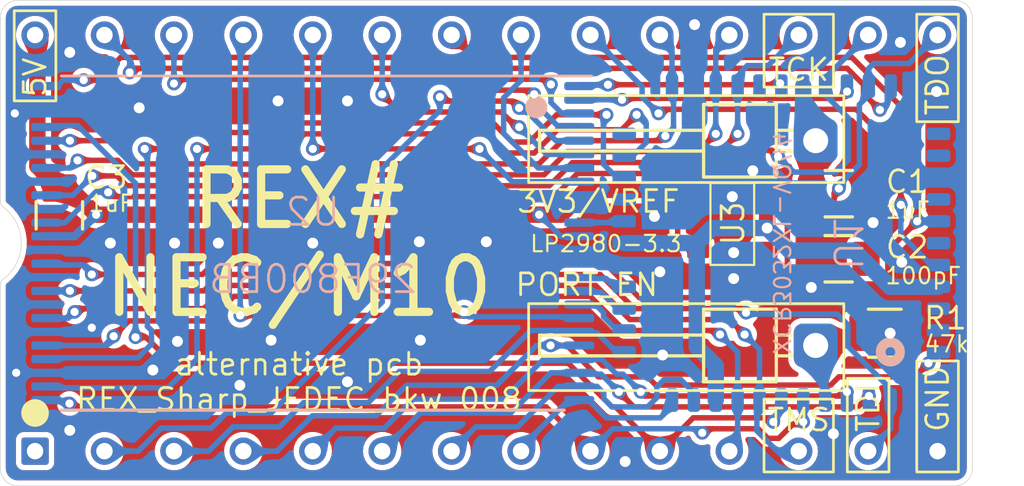
<source format=kicad_pcb>
(kicad_pcb (version 20240108) (generator "pcbnew") (generator_version "8.0")
  (title_block (title "REX_Sharp_JEDEC_bkw") (date "2023-07-04") (rev "008") (company "Brian K. White - b.kenyon.w@gmail.com") (comment 1 "Based on REX NEC by Steve Adolph"))
  (layers (0 "F.Cu" signal "Top") (31 "B.Cu" signal "Bottom") (34 "B.Paste" user) (35 "F.Paste" user) (36 "B.SilkS" user "B.Silkscreen") (37 "F.SilkS" user "F.Silkscreen") (38 "B.Mask" user) (39 "F.Mask" user) (44 "Edge.Cuts" user))
  (net 0 "")
  (net 1 "GND")
  (net 2 "+3V3")
  (net 3 "/PORT_EN")
  (net 4 "/D1{slash}TMS")
  (net 5 "/A12")
  (net 6 "/A7")
  (net 7 "/A6")
  (net 8 "/A5")
  (net 9 "/A4")
  (net 10 "+5V")
  (net 11 "/A3")
  (net 12 "/A2")
  (net 13 "/A1")
  (net 14 "/A0")
  (net 15 "/D0")
  (net 16 "/D4")
  (net 17 "/D6")
  (net 18 "/D7")
  (net 19 "/~{BUS_CS}")
  (net 20 "/A10")
  (net 21 "/~{BUS_OE}")
  (net 22 "/A11")
  (net 23 "/A9")
  (net 24 "/A13")
  (net 25 "/A14")
  (net 26 "/D2{slash}TDI")
  (net 27 "/D3{slash}TDO")
  (net 28 "/A17")
  (net 29 "/D5{slash}TCK")
  (net 30 "/A16")
  (net 31 "/RY{slash}~{BY}")
  (net 32 "/A8")
  (net 33 "/A19")
  (net 34 "/~{SRAM_WE}")
  (net 35 "/A18")
  (net 40 "/~{SRAM_OE}")
  (net 42 "/~{SRAM_CE}")
  (net 45 "/A15")
  (footprint "000_LOCAL:DIP-28_600_pcb_shallow_notch" (layer "F.Cu") (at 147.218 99.187 90)
    (property "Reference" "J1" (hide yes))
    (property "Value" "Option-ROM SOCKET")
    (fp_line (start 1.524 -17.78) (end 8.255 -17.78) (stroke (width 0.0254)) (layer "Edge.Cuts"))
    (fp_line (start -8.255 -17.78) (end -1.524 -17.78) (stroke (width 0.0254)) (layer "Edge.Cuts"))
    (fp_line (start 8.89 -17.145) (end 8.89 17.145) (stroke (width 0.0254)) (layer "Edge.Cuts"))
    (fp_line (start -8.89 17.145) (end -8.89 -17.145) (stroke (width 0.0254)) (layer "Edge.Cuts"))
    (fp_line (start 8.255 17.78) (end -8.255 17.78) (stroke (width 0.0254)) (layer "Edge.Cuts"))
    (fp_arc (start 8.255 -17.78) (mid 8.704013 -17.594013) (end 8.89 -17.145) (stroke (width 0.0254)) (layer "Edge.Cuts"))
    (fp_arc (start -1.524 -17.78) (mid -1.426799 -17.760665) (end -1.344395 -17.705605) (stroke (width 0.0254)) (layer "Edge.Cuts"))
    (fp_arc (start 1.344395 -17.705605) (mid 1.426798 -17.760665) (end 1.524 -17.78) (stroke (width 0.0254)) (layer "Edge.Cuts"))
    (fp_arc (start 1.344395 -17.705605) (mid 0 -17.015057) (end -1.344395 -17.705605) (stroke (width 0.0254)) (layer "Edge.Cuts"))
    (fp_arc (start -8.89 -17.145) (mid -8.704013 -17.594013) (end -8.255 -17.78) (stroke (width 0.0254)) (layer "Edge.Cuts"))
    (fp_arc (start 8.89 17.145) (mid 8.704013 17.594013) (end 8.255 17.78) (stroke (width 0.0254)) (layer "Edge.Cuts"))
    (fp_arc (start -8.255 17.78) (mid -8.704013 17.594013) (end -8.89 17.145) (stroke (width 0.0254)) (layer "Edge.Cuts"))
  )
  (footprint "000_LOCAL:R_0805" (layer "F.Cu") (at 161.7976 102.489 180)
    (property "Reference" "R1")
    (property "Value" "47k")
  )
  (footprint "000_LOCAL:C_0805" (layer "F.Cu") (at 131.597 98.171 -90)
    (property "Reference" "C3")
    (property "Value" "1uF")
  )
  (footprint "000_LOCAL:1x1_pin_h" (layer "F.Cu") (at 159.268 95.437 180)
    (property "Reference" "TP2" (hide yes))
    (property "Value" "3V3/VREF")
  )
  (footprint "000_LOCAL:SOT-23-5" (layer "F.Cu") (at 156.218 98.487)
    (property "Reference" "U3")
    (property "Value" "LP2980-3.3")
  )
  (footprint "000_LOCAL:C_0805" (layer "F.Cu") (at 160.108 99.762 180)
    (property "Reference" "C2")
    (property "Value" "100pF")
  )
  (footprint "000_LOCAL:1x1_pin_h" (layer "F.Cu") (at 159.268 102.937 180)
    (property "Reference" "TP1" (hide yes))
    (property "Value" "PORT_EN")
  )
  (footprint "000_LOCAL:C_0805" (layer "F.Cu") (at 160.113 97.377)
    (property "Reference" "C1")
    (property "Value" "1uF")
  )
  (footprint "000_LOCAL:TSOP-48" (layer "B.Cu") (at 140.868 99.187 180)
    (property "Reference" "U2")
    (property "Value" "29F800BB")
  )
  (footprint "000_LOCAL:VQFP44" (layer "B.Cu") (at 158.013 99.187 90)
    (property "Reference" "U1")
    (property "Value" "XCR3032XL-VQ44")
  )
  (gr_circle (center 130.708 105.41) (end 131.208 105.41) (stroke (width 0.01)) (fill solid) (layer "F.SilkS"))
  (gr_rect (start 162.966 103.505) (end 164.49 107.569) (stroke (width 0.1)) (fill none) (layer "F.SilkS"))
  (gr_rect (start 129.946 90.678) (end 131.47 93.98) (stroke (width 0.1)) (fill none) (layer "F.SilkS"))
  (gr_rect (start 157.378 104.902) (end 159.918 107.569) (stroke (width 0.1)) (fill none) (layer "F.SilkS"))
  (gr_rect (start 157.378 90.805) (end 159.918 93.472) (stroke (width 0.1)) (fill none) (layer "F.SilkS"))
  (gr_rect (start 148.766 101.4055) (end 160.299 104.5885) (stroke (width 0.1)) (fill none) (layer "F.SilkS"))
  (gr_rect (start 148.766 93.7855) (end 160.299 96.9685) (stroke (width 0.1)) (fill none) (layer "F.SilkS"))
  (gr_rect (start 162.966 90.805) (end 164.49 94.742) (stroke (width 0.1)) (fill none) (layer "F.SilkS"))
  (gr_rect (start 160.426 104.14) (end 161.95 107.569) (stroke (width 0.1)) (fill none) (layer "F.SilkS"))
  (gr_text "GND" (at 163.728 106.172 90) (layer "F.SilkS") (effects (font (size 0.8 0.8) (thickness 0.1)) (justify left)))
  (gr_text "TDO" (at 163.728 92.202 90) (layer "F.SilkS") (effects (font (size 0.8 0.8) (thickness 0.1)) (justify right)))
  (gr_text "alternative pcb\n${TITLE} ${REVISION}" (at 140.36 104.267 0) (layer "F.SilkS") (effects (font (size 0.8 0.8) (thickness 0.1))))
  (gr_text "TMS" (at 158.648 105.664 0) (layer "F.SilkS") (effects (font (size 0.8 0.8) (thickness 0.1))))
  (gr_text "TCK" (at 158.648 92.837 0) (layer "F.SilkS") (effects (font (size 0.8 0.8) (thickness 0.1))))
  (gr_text "TDI" (at 161.188 106.172 90) (layer "F.SilkS") (effects (font (size 0.8 0.8) (thickness 0.1)) (justify left)))
  (gr_text "REX#\nNEC/M10" (at 140.36 99.187 0) (layer "F.SilkS") (effects (font (size 2 2) (thickness 0.3))))
  (gr_text "5V" (at 130.708 92.329 90) (layer "F.SilkS") (effects (font (size 0.8 0.8) (thickness 0.1)) (justify right)))
  (via (at 132.783 102.287) (size 0.5) (drill 0.3) (layers "F.Cu" "B.Cu") (net 1))
  (via (at 139.344 102.743) (size 0.6) (drill 0.4) (layers "F.Cu" "B.Cu") (net 1))
  (via (at 147.218 99.137) (size 0.6) (drill 0.4) (layers "F.Cu" "B.Cu") (net 1))
  (via (at 133.463 99.187) (size 0.6) (drill 0.4) (layers "F.Cu" "B.Cu") (net 1))
  (via (at 131.978 106.045) (size 0.6) (drill 0.4) (layers "F.Cu" "B.Cu") (net 1))
  (via (at 139.598 93.98) (size 0.6) (drill 0.4) (layers "F.Cu" "B.Cu") (net 1))
  (via (at 156.268 100.487) (size 0.6) (drill 0.4) (layers "F.Cu" "B.Cu") (net 1))
  (via (at 153.368 98.212) (size 0.6) (drill 0.4) (layers "F.Cu" "B.Cu") (net 1))
  (via (at 159.918 106.172) (size 0.6) (drill 0.4) (layers "F.Cu" "B.Cu") (net 1))
  (via (at 138.201 104.394) (size 0.6) (drill 0.4) (layers "F.Cu" "B.Cu") (net 1))
  (via (at 135.918 102.787) (size 0.6) (drill 0.4) (layers "F.Cu" "B.Cu") (net 1))
  (via (at 156.268 99.537) (size 0.6) (drill 0.4) (layers "F.Cu" "B.Cu") (net 1))
  (via (at 154.838 91.186) (size 0.6) (drill 0.4) (layers "F.Cu" "B.Cu") (net 1))
  (via (at 144.805 102.743) (size 0.6) (drill 0.4) (layers "F.Cu" "B.Cu") (net 1))
  (via (at 162.368 91.837) (size 0.6) (drill 0.4) (layers "F.Cu" "B.Cu") (net 1))
  (via (at 135.8134 99.187) (size 0.6) (drill 0.4) (layers "F.Cu" "B.Cu") (net 1))
  (via (at 162.418 99.887) (size 0.6) (drill 0.4) (layers "F.Cu" "B.Cu") (net 1))
  (via (at 163.693 93.637) (size 0.6) (drill 0.4) (layers "F.Cu" "B.Cu") (net 1))
  (via (at 131.978 92.202) (size 0.6) (drill 0.4) (layers "F.Cu" "B.Cu") (net 1))
  (via (at 134.518 94.234) (size 0.6) (drill 0.4) (layers "F.Cu" "B.Cu") (net 1))
  (via (at 135.018 103.837) (size 0.6) (drill 0.4) (layers "F.Cu" "B.Cu") (net 1))
  (via (at 152.298 107.188) (size 0.6) (drill 0.4) (layers "F.Cu" "B.Cu") (net 1))
  (via (at 142.138 93.98) (size 0.6) (drill 0.4) (layers "F.Cu" "B.Cu") (net 1))
  (via (at 144.768 99.137) (size 0.6) (drill 0.4) (layers "F.Cu" "B.Cu") (net 1))
  (via (at 156.968 96.537) (size 0.6) (drill 0.4) (layers "F.Cu" "B.Cu") (net 1))
  (via (at 156.218 97.487) (size 0.6) (drill 0.4) (layers "F.Cu" "B.Cu") (net 1))
  (via (at 142.138 104.267) (size 0.6) (drill 0.4) (layers "F.Cu" "B.Cu") (net 1))
  (via (at 161.993 102.487) (size 0.6) (drill 0.4) (layers "F.Cu" "B.Cu") (net 1))
  (via (at 130.018 103.937) (size 0.5) (drill 0.3) (layers "F.Cu" "B.Cu") (net 1))
  (via (at 129.968 94.437) (size 0.5) (drill 0.3) (layers "F.Cu" "B.Cu") (net 1))
  (via (at 137.4136 99.187) (size 0.6) (drill 0.4) (layers "F.Cu" "B.Cu") (net 1))
  (via (at 153.668 103.287) (size 0.6) (drill 0.4) (layers "F.Cu" "B.Cu") (net 1))
  (via (at 161.368 98.437) (size 0.6) (drill 0.4) (layers "F.Cu" "B.Cu") (net 1))
  (via (at 140.868 99.187) (size 0.6) (drill 0.4) (layers "F.Cu" "B.Cu") (net 1))
  (via (at 159.108 100.812) (size 0.6) (drill 0.4) (layers "F.Cu" "B.Cu") (net 1))
  (via (at 153.568 100.237) (size 0.6) (drill 0.4) (layers "F.Cu" "B.Cu") (net 1))
  (segment (start 159.113 97.377) (end 159.113 95.592) (width 0.6) (layer "F.Cu") (net 2))
  (segment (start 157.644 97.697) (end 158.793 97.697) (width 0.6) (layer "F.Cu") (net 2))
  (segment (start 157.493 98.637) (end 157.493 97.848) (width 0.6) (layer "F.Cu") (net 2))
  (segment (start 158.793 97.697) (end 159.113 97.377) (width 0.6) (layer "F.Cu") (net 2))
  (segment (start 159.113 95.592) (end 159.268 95.437) (width 0.6) (layer "F.Cu") (net 2))
  (segment (start 157.493 97.848) (end 157.644 97.697) (width 0.6) (layer "F.Cu") (net 2))
  (via (at 157.493 98.637) (size 0.6) (drill 0.4) (layers "F.Cu" "B.Cu") (net 2))
  (segment (start 155.613 103.682) (end 154.918 102.987) (width 0.6) (layer "B.Cu") (net 2))
  (segment (start 157.493 98.637) (end 155.468 98.637) (width 0.6) (layer "B.Cu") (net 2))
  (segment (start 155.468 98.637) (end 154.918 99.187) (width 0.6) (layer "B.Cu") (net 2))
  (segment (start 154.918 102.987) (end 154.918 99.187) (width 0.6) (layer "B.Cu") (net 2))
  (segment (start 155.613 104.937) (end 155.613 103.682) (width 0.6) (layer "B.Cu") (net 2))
  (segment (start 160.668 99.462) (end 158.318 99.462) (width 0.6) (layer "B.Cu") (net 2))
  (segment (start 158.318 99.462) (end 157.493 98.637) (width 0.6) (layer "B.Cu") (net 2))
  (segment (start 163.763 100.787) (end 161.993 100.787) (width 0.6) (layer "B.Cu") (net 2))
  (segment (start 158.813 93.437) (end 158.813 94.982) (width 0.6) (layer "B.Cu") (net 2))
  (segment (start 161.993 100.787) (end 160.668 99.462) (width 0.6) (layer "B.Cu") (net 2))
  (segment (start 158.813 94.982) (end 159.268 95.437) (width 0.6) (layer "B.Cu") (net 2))
  (segment (start 154.918 99.187) (end 152.263 99.187) (width 0.6) (layer "B.Cu") (net 2))
  (segment (start 160.8476 102.489) (end 159.716 102.489) (width 0.2) (layer "F.Cu") (net 3))
  (segment (start 159.716 102.489) (end 159.268 102.937) (width 0.2) (layer "F.Cu") (net 3))
  (segment (start 159.568 104.892) (end 159.568 103.237) (width 0.2) (layer "B.Cu") (net 3))
  (segment (start 159.568 103.237) (end 159.268 102.937) (width 0.2) (layer "B.Cu") (net 3))
  (segment (start 159.613 104.937) (end 159.568 104.892) (width 0.2) (layer "B.Cu") (net 3))
  (segment (start 156.668 102.537) (end 156.118 101.987) (width 0.2) (layer "F.Cu") (net 4))
  (segment (start 137.733 100.737) (end 136.883 101.587) (width 0.2) (layer "F.Cu") (net 4))
  (segment (start 151.218 100.737) (end 137.733 100.737) (width 0.2) (layer "F.Cu") (net 4))
  (segment (start 152.468 101.987) (end 151.218 100.737) (width 0.2) (layer "F.Cu") (net 4))
  (segment (start 136.883 101.587) (end 132.273 101.587) (width 0.2) (layer "F.Cu") (net 4))
  (segment (start 156.118 101.987) (end 152.468 101.987) (width 0.2) (layer "F.Cu") (net 4))
  (segment (start 132.273 101.587) (end 132.153 101.707) (width 0.2) (layer "F.Cu") (net 4))
  (via (at 132.153 101.707) (size 0.5) (drill 0.3) (layers "F.Cu" "B.Cu") (net 4))
  (via (at 156.668 102.537) (size 0.5) (drill 0.3) (layers "F.Cu" "B.Cu") (net 4))
  (segment (start 157.213 104.937) (end 157.118 105.032) (width 0.2) (layer "B.Cu") (net 4))
  (segment (start 157.118 105.032) (end 157.118 106.0644) (width 0.2) (layer "B.Cu") (net 4))
  (segment (start 156.668 102.537) (end 157.213 103.082) (width 0.2) (layer "B.Cu") (net 4))
  (segment (start 157.213 103.082) (end 157.213 104.937) (width 0.2) (layer "B.Cu") (net 4))
  (segment (start 157.8606 106.807) (end 158.648 106.807) (width 0.2) (layer "B.Cu") (net 4))
  (segment (start 132.153 101.707) (end 131.923 101.937) (width 0.2) (layer "B.Cu") (net 4))
  (segment (start 157.118 106.0644) (end 157.8606 106.807) (width 0.2) (layer "B.Cu") (net 4))
  (segment (start 131.923 101.937) (end 131.118 101.937) (width 0.2) (layer "B.Cu") (net 4))
  (segment (start 145.668 93.987) (end 145.518 93.837) (width 0.2) (layer "F.Cu") (net 5))
  (segment (start 148.418 94.237) (end 148.168 93.987) (width 0.2) (layer "F.Cu") (net 5))
  (segment (start 148.168 93.987) (end 145.668 93.987) (width 0.2) (layer "F.Cu") (net 5))
  (via (at 145.518 93.837) (size 0.5) (drill 0.3) (layers "F.Cu" "B.Cu") (net 5))
  (via (at 148.418 94.237) (size 0.5) (drill 0.3) (layers "F.Cu" "B.Cu") (net 5))
  (segment (start 137.706282 105.41) (end 137.154282 105.962) (width 0.2) (layer "B.Cu") (net 5))
  (segment (start 139.344 105.41) (end 137.706282 105.41) (width 0.2) (layer "B.Cu") (net 5))
  (segment (start 148.568 94.237) (end 149.768 95.437) (width 0.2) (layer "B.Cu") (net 5))
  (segment (start 149.768 95.437) (end 150.618 95.437) (width 0.2) (layer "B.Cu") (net 5))
  (segment (start 135.327 105.962) (end 134.482 106.807) (width 0.2) (layer "B.Cu") (net 5))
  (segment (start 145.518 94.337) (end 143.408 96.447) (width 0.2) (layer "B.Cu") (net 5))
  (segment (start 134.482 106.807) (end 133.248 106.807) (width 0.2) (layer "B.Cu") (net 5))
  (segment (start 148.418 94.237) (end 148.568 94.237) (width 0.2) (layer "B.Cu") (net 5))
  (segment (start 145.518 93.837) (end 145.518 94.337) (width 0.2) (layer "B.Cu") (net 5))
  (segment (start 143.408 96.447) (end 143.408 101.346) (width 0.2) (layer "B.Cu") (net 5))
  (segment (start 137.154282 105.962) (end 135.327 105.962) (width 0.2) (layer "B.Cu") (net 5))
  (segment (start 143.408 101.346) (end 139.344 105.41) (width 0.2) (layer "B.Cu") (net 5))
  (segment (start 150.618 102.437) (end 150.668 102.487) (width 0.2) (layer "B.Cu") (net 6))
  (segment (start 152.138 103.062) (end 152.263 103.187) (width 0.2) (layer "B.Cu") (net 6))
  (segment (start 137.058 106.807) (end 135.788 106.807) (width 0.2) (layer "B.Cu") (net 6))
  (segment (start 139.64475 105.918) (end 137.947 105.918) (width 0.2) (layer "B.Cu") (net 6))
  (segment (start 150.668 102.487) (end 151.283 102.487) (width 0.2) (layer "B.Cu") (net 6))
  (segment (start 142.9 105.029) (end 140.53375 105.029) (width 0.2) (layer "B.Cu") (net 6))
  (segment (start 147.345 103.886) (end 144.043 103.886) (width 0.2) (layer "B.Cu") (net 6))
  (segment (start 137.947 105.918) (end 137.058 106.807) (width 0.2) (layer "B.Cu") (net 6))
  (segment (start 150.618 102.437) (end 150.568 102.387) (width 0.2) (layer "B.Cu") (net 6))
  (segment (start 140.53375 105.029) (end 139.64475 105.918) (width 0.2) (layer "B.Cu") (net 6))
  (segment (start 150.568 102.387) (end 148.844 102.387) (width 0.2) (layer "B.Cu") (net 6))
  (segment (start 148.844 102.387) (end 147.345 103.886) (width 0.2) (layer "B.Cu") (net 6))
  (segment (start 151.283 102.487) (end 151.858 103.062) (width 0.2) (layer "B.Cu") (net 6))
  (segment (start 144.043 103.886) (end 142.9 105.029) (width 0.2) (layer "B.Cu") (net 6))
  (segment (start 151.858 103.062) (end 152.138 103.062) (width 0.2) (layer "B.Cu") (net 6))
  (segment (start 153.118 104.087) (end 151.318 104.087) (width 0.2) (layer "F.Cu") (net 7))
  (segment (start 151.318 104.087) (end 150.168 102.937) (width 0.2) (layer "F.Cu") (net 7))
  (segment (start 153.418 104.387) (end 153.118 104.087) (width 0.2) (layer "F.Cu") (net 7))
  (segment (start 159.818 104.387) (end 153.418 104.387) (width 0.2) (layer "F.Cu") (net 7))
  (segment (start 163.393 103.587) (end 162.893 104.087) (width 0.2) (layer "F.Cu") (net 7))
  (segment (start 150.168 102.937) (end 149.568 102.937) (width 0.2) (layer "F.Cu") (net 7))
  (segment (start 162.893 104.087) (end 160.118 104.087) (width 0.2) (layer "F.Cu") (net 7))
  (segment (start 160.118 104.087) (end 159.818 104.387) (width 0.2) (layer "F.Cu") (net 7))
  (via (at 163.393 103.587) (size 0.5) (drill 0.3) (layers "F.Cu" "B.Cu") (net 7))
  (via (at 149.568 102.937) (size 0.5) (drill 0.3) (layers "F.Cu" "B.Cu") (net 7))
  (segment (start 150.618 102.937) (end 149.568 102.937) (width 0.2) (layer "B.Cu") (net 7))
  (segment (start 149.056 102.937) (end 147.599 104.394) (width 0.2) (layer "B.Cu") (net 7))
  (segment (start 147.599 104.394) (end 144.297 104.394) (width 0.2) (layer "B.Cu") (net 7))
  (segment (start 144.297 104.394) (end 143.179 105.512) (width 0.2) (layer "B.Cu") (net 7))
  (segment (start 163.393 103.587) (end 163.763 103.217) (width 0.2) (layer "B.Cu") (net 7))
  (segment (start 149.568 102.937) (end 149.056 102.937) (width 0.2) (layer "B.Cu") (net 7))
  (segment (start 140.8545 105.512) (end 139.5595 106.807) (width 0.2) (layer "B.Cu") (net 7))
  (segment (start 143.179 105.512) (end 140.8545 105.512) (width 0.2) (layer "B.Cu") (net 7))
  (segment (start 163.763 103.217) (end 163.763 103.187) (width 0.2) (layer "B.Cu") (net 7))
  (segment (start 139.5595 106.807) (end 138.328 106.807) (width 0.2) (layer "B.Cu") (net 7))
  (segment (start 153.018 104.787) (end 160.263 104.787) (width 0.2) (layer "F.Cu") (net 8))
  (segment (start 152.868 104.637) (end 153.018 104.787) (width 0.2) (layer "F.Cu") (net 8))
  (segment (start 160.263 104.787) (end 160.413 104.637) (width 0.2) (layer "F.Cu") (net 8))
  (via (at 160.413 104.637) (size 0.5) (drill 0.3) (layers "F.Cu" "B.Cu") (net 8))
  (via (at 152.868 104.637) (size 0.5) (drill 0.3) (layers "F.Cu" "B.Cu") (net 8))
  (segment (start 144.551 104.902) (end 143.491 105.962) (width 0.2) (layer "B.Cu") (net 8))
  (segment (start 141.713 105.962) (end 140.868 106.807) (width 0.2) (layer "B.Cu") (net 8))
  (segment (start 152.868 104.637) (end 152.218 103.987) (width 0.2) (layer "B.Cu") (net 8))
  (segment (start 150.618 103.437) (end 150.568 103.487) (width 0.2) (layer "B.Cu") (net 8))
  (segment (start 152.218 103.987) (end 151.983 103.987) (width 0.2) (layer "B.Cu") (net 8))
  (segment (start 143.491 105.962) (end 141.713 105.962) (width 0.2) (layer "B.Cu") (net 8))
  (segment (start 160.413 104.637) (end 160.413 104.937) (width 0.2) (layer "B.Cu") (net 8))
  (segment (start 151.983 103.987) (end 151.433 103.437) (width 0.2) (layer "B.Cu") (net 8))
  (segment (start 149.268 103.487) (end 147.853 104.902) (width 0.2) (layer "B.Cu") (net 8))
  (segment (start 150.568 103.487) (end 149.268 103.487) (width 0.2) (layer "B.Cu") (net 8))
  (segment (start 147.853 104.902) (end 144.551 104.902) (width 0.2) (layer "B.Cu") (net 8))
  (segment (start 151.433 103.437) (end 150.618 103.437) (width 0.2) (layer "B.Cu") (net 8))
  (segment (start 152.618 105.187) (end 152.068 104.637) (width 0.2) (layer "F.Cu") (net 9))
  (segment (start 160.818 105.187) (end 152.618 105.187) (width 0.2) (layer "F.Cu") (net 9))
  (segment (start 161.218 104.787) (end 160.818 105.187) (width 0.2) (layer "F.Cu") (net 9))
  (via (at 152.068 104.637) (size 0.5) (drill 0.3) (layers "F.Cu" "B.Cu") (net 9))
  (via (at 161.218 104.787) (size 0.5) (drill 0.3) (layers "F.Cu" "B.Cu") (net 9))
  (segment (start 152.068 104.637) (end 151.418 103.987) (width 0.2) (layer "B.Cu") (net 9))
  (segment (start 149.58 103.937) (end 148.107 105.41) (width 0.2) (layer "B.Cu") (net 9))
  (segment (start 150.618 103.937) (end 149.58 103.937) (width 0.2) (layer "B.Cu") (net 9))
  (segment (start 148.107 105.41) (end 144.805 105.41) (width 0.2) (layer "B.Cu") (net 9))
  (segment (start 144.805 105.41) (end 143.408 106.807) (width 0.2) (layer "B.Cu") (net 9))
  (segment (start 151.418 103.987) (end 150.668 103.987) (width 0.2) (layer "B.Cu") (net 9))
  (segment (start 150.668 103.987) (end 150.618 103.937) (width 0.2) (layer "B.Cu") (net 9))
  (segment (start 154.493 99.237) (end 154.768 99.237) (width 0.2) (layer "F.Cu") (net 10))
  (segment (start 150.863 97.237) (end 149.953 98.147) (width 0.6) (layer "F.Cu") (net 10))
  (segment (start 130.793 91.652) (end 130.708 91.567) (width 0.6) (layer "F.Cu") (net 10))
  (segment (start 154.218 97.637) (end 154.218 98.962) (width 0.2) (layer "F.Cu") (net 10))
  (segment (start 130.793 96.367) (end 130.793 91.652) (width 0.6) (layer "F.Cu") (net 10))
  (segment (start 154.968 97.537) (end 154.318 97.537) (width 0.6) (layer "F.Cu") (net 10))
  (segment (start 154.318 97.537) (end 154.018 97.237) (width 0.6) (layer "F.Cu") (net 10))
  (segment (start 154.768 99.237) (end 154.968 99.437) (width 0.2) (layer "F.Cu") (net 10))
  (segment (start 154.018 97.237) (end 150.863 97.237) (width 0.6) (layer "F.Cu") (net 10))
  (segment (start 149.153 98.147) (end 132.943 98.147) (width 0.6) (layer "F.Cu") (net 10))
  (segment (start 131.597 97.171) (end 130.793 96.367) (width 0.6) (layer "F.Cu") (net 10))
  (segment (start 132.943 98.147) (end 131.967 97.171) (width 0.6) (layer "F.Cu") (net 10))
  (segment (start 154.318 97.537) (end 154.218 97.637) (width 0.2) (layer "F.Cu") (net 10))
  (segment (start 154.218 98.962) (end 154.493 99.237) (width 0.2) (layer "F.Cu") (net 10))
  (segment (start 131.967 97.171) (end 131.597 97.171) (width 0.6) (layer "F.Cu") (net 10))
  (segment (start 149.953 98.147) (end 149.153 98.147) (width 0.6) (layer "F.Cu") (net 10))
  (via (at 132.943 98.147) (size 0.5) (drill 0.3) (layers "F.Cu" "B.Cu") (net 10))
  (via (at 149.153 98.147) (size 0.5) (drill 0.3) (layers "F.Cu" "B.Cu") (net 10))
  (segment (start 132.943 98.147) (end 132.153 98.937) (width 0.3) (layer "B.Cu") (net 10))
  (segment (start 149.943 98.937) (end 150.618 98.937) (width 0.2) (layer "B.Cu") (net 10))
  (segment (start 132.153 98.937) (end 131.118 98.937) (width 0.3) (layer "B.Cu") (net 10))
  (segment (start 149.153 98.147) (end 149.943 98.937) (width 0.2) (layer "B.Cu") (net 10))
  (segment (start 153.458 104.847) (end 153.458 104.4495) (width 0.2) (layer "B.Cu") (net 11))
  (segment (start 150.618 104.437) (end 149.843 104.437) (width 0.2) (layer "B.Cu") (net 11))
  (segment (start 149.843 104.437) (end 148.362 105.918) (width 0.2) (layer "B.Cu") (net 11))
  (segment (start 154.683 104.537) (end 154.683 104.807) (width 0.2) (layer "B.Cu") (net 11))
  (segment (start 154.683 104.807) (end 154.813 104.937) (width 0.2) (layer "B.Cu") (net 11))
  (segment (start 153.7205 104.187) (end 154.333 104.187) (width 0.2) (layer "B.Cu") (net 11))
  (segment (start 146.837 105.918) (end 145.948 106.807) (width 0.2) (layer "B.Cu") (net 11))
  (segment (start 154.333 104.187) (end 154.683 104.537) (width 0.2) (layer "B.Cu") (net 11))
  (segment (start 151.268 104.437) (end 151.518 104.687) (width 0.2) (layer "B.Cu") (net 11))
  (segment (start 151.518 104.687) (end 151.518 104.887) (width 0.2) (layer "B.Cu") (net 11))
  (segment (start 151.818 105.187) (end 153.118 105.187) (width 0.2) (layer "B.Cu") (net 11))
  (segment (start 153.118 105.187) (end 153.458 104.847) (width 0.2) (layer "B.Cu") (net 11))
  (segment (start 151.518 104.887) (end 151.818 105.187) (width 0.2) (layer "B.Cu") (net 11))
  (segment (start 153.458 104.4495) (end 153.7205 104.187) (width 0.2) (layer "B.Cu") (net 11))
  (segment (start 148.362 105.918) (end 146.837 105.918) (width 0.2) (layer "B.Cu") (net 11))
  (segment (start 150.618 104.437) (end 151.268 104.437) (width 0.2) (layer "B.Cu") (net 11))
  (segment (start 148.488 106.68) (end 148.488 106.807) (width 0.2) (layer "B.Cu") (net 12))
  (segment (start 151.608 105.587) (end 150.958 104.937) (width 0.2) (layer "B.Cu") (net 12))
  (segment (start 154.013 104.937) (end 154.013 105.157) (width 0.2) (layer "B.Cu") (net 12))
  (segment (start 150.618 104.937) (end 150.231 104.937) (width 0.2) (layer "B.Cu") (net 12))
  (segment (start 150.231 104.937) (end 148.488 106.68) (width 0.2) (layer "B.Cu") (net 12))
  (segment (start 153.583 105.587) (end 151.608 105.587) (width 0.2) (layer "B.Cu") (net 12))
  (segment (start 154.013 105.157) (end 153.583 105.587) (width 0.2) (layer "B.Cu") (net 12))
  (segment (start 150.958 104.937) (end 150.618 104.937) (width 0.2) (layer "B.Cu") (net 12))
  (segment (start 155.268 105.987) (end 155.118 106.137) (width 0.2) (layer "F.Cu") (net 13))
  (segment (start 149.408 105.187) (end 151.028 106.807) (width 0.2) (layer "F.Cu") (net 13))
  (segment (start 158.418 105.837) (end 157.918 106.337) (width 0.2) (layer "F.Cu") (net 13))
  (segment (start 131.968 105.062) (end 132.093 105.187) (width 0.2) (layer "F.Cu") (net 13))
  (segment (start 158.713 105.837) (end 158.418 105.837) (width 0.2) (layer "F.Cu") (net 13))
  (segment (start 157.518 106.337) (end 157.168 105.987) (width 0.2) (layer "F.Cu") (net 13))
  (segment (start 158.813 105.737) (end 158.713 105.837) (width 0.2) (layer "F.Cu") (net 13))
  (segment (start 157.168 105.987) (end 155.268 105.987) (width 0.2) (layer "F.Cu") (net 13))
  (segment (start 132.093 105.187) (end 149.408 105.187) (width 0.2) (layer "F.Cu") (net 13))
  (segment (start 157.918 106.337) (end 157.518 106.337) (width 0.2) (layer "F.Cu") (net 13))
  (via (at 155.118 106.137) (size 0.5) (drill 0.3) (layers "F.Cu" "B.Cu") (net 13))
  (via (at 158.813 105.737) (size 0.5) (drill 0.3) (layers "F.Cu" "B.Cu") (net 13))
  (via (at 131.968 105.062) (size 0.5) (drill 0.3) (layers "F.Cu" "B.Cu") (net 13))
  (segment (start 151.848 105.987) (end 151.028 106.807) (width 0.2) (layer "B.Cu") (net 13))
  (segment (start 154.968 105.987) (end 151.848 105.987) (width 0.2) (layer "B.Cu") (net 13))
  (segment (start 131.168 104.987) (end 131.118 104.937) (width 0.2) (layer "B.Cu") (net 13))
  (segment (start 131.893 104.987) (end 131.168 104.987) (width 0.2) (layer "B.Cu") (net 13))
  (segment (start 131.968 105.062) (end 131.893 104.987) (width 0.2) (layer "B.Cu") (net 13))
  (segment (start 158.813 105.737) (end 158.813 104.937) (width 0.2) (layer "B.Cu") (net 13))
  (segment (start 155.118 106.137) (end 154.968 105.987) (width 0.2) (layer "B.Cu") (net 13))
  (segment (start 157.568 105.587) (end 154.788 105.587) (width 0.2) (layer "F.Cu") (net 14))
  (segment (start 135.718 103.587) (end 134.768 102.637) (width 0.2) (layer "F.Cu") (net 14))
  (segment (start 151.948 105.187) (end 151.818 105.187) (width 0.2) (layer "F.Cu") (net 14))
  (segment (start 134.768 102.637) (end 134.383 102.637) (width 0.2) (layer "F.Cu") (net 14))
  (segment (start 153.568 106.807) (end 151.948 105.187) (width 0.2) (layer "F.Cu") (net 14))
  (segment (start 151.818 105.187) (end 150.218 103.587) (width 0.2) (layer "F.Cu") (net 14))
  (segment (start 150.218 103.587) (end 135.718 103.587) (width 0.2) (layer "F.Cu") (net 14))
  (segment (start 154.788 105.587) (end 153.568 106.807) (width 0.2) (layer "F.Cu") (net 14))
  (segment (start 157.718 105.737) (end 157.568 105.587) (width 0.2) (layer "F.Cu") (net 14))
  (via (at 157.718 105.737) (size 0.5) (drill 0.3) (layers "F.Cu" "B.Cu") (net 14))
  (via (at 134.383 102.637) (size 0.5) (drill 0.3) (layers "F.Cu" "B.Cu") (net 14))
  (segment (start 131.118 94.937) (end 131.168 94.887) (width 0.2) (layer "B.Cu") (net 14))
  (segment (start 157.718 105.737) (end 157.868 105.587) (width 0.2) (layer "B.Cu") (net 14))
  (segment (start 132.273 94.887) (end 134.383 96.997) (width 0.2) (layer "B.Cu") (net 14))
  (segment (start 134.383 96.997) (end 134.383 102.637) (width 0.2) (layer "B.Cu") (net 14))
  (segment (start 157.868 105.082) (end 158.013 104.937) (width 0.2) (layer "B.Cu") (net 14))
  (segment (start 157.868 105.587) (end 157.868 105.082) (width 0.2) (layer "B.Cu") (net 14))
  (segment (start 131.168 94.887) (end 132.273 94.887) (width 0.2) (layer "B.Cu") (net 14))
  (segment (start 155.768 102.537) (end 155.618 102.387) (width 0.2) (layer "F.Cu") (net 15))
  (segment (start 137.083 102.037) (end 134.143 102.037) (width 0.2) (layer "F.Cu") (net 15))
  (segment (start 152.268 102.387) (end 151.018 101.137) (width 0.2) (layer "F.Cu") (net 15))
  (segment (start 155.618 102.387) (end 152.268 102.387) (width 0.2) (layer "F.Cu") (net 15))
  (segment (start 137.983 101.137) (end 137.083 102.037) (width 0.2) (layer "F.Cu") (net 15))
  (segment (start 151.018 101.137) (end 137.983 101.137) (width 0.2) (layer "F.Cu") (net 15))
  (segment (start 134.143 102.037) (end 133.583 102.597) (width 0.2) (layer "F.Cu") (net 15))
  (via (at 133.583 102.597) (size 0.5) (drill 0.3) (layers "F.Cu" "B.Cu") (net 15))
  (via (at 155.768 102.537) (size 0.5) (drill 0.3) (layers "F.Cu" "B.Cu") (net 15))
  (segment (start 156.413 104.937) (end 156.413 106.502) (width 0.2) (layer "B.Cu") (net 15))
  (segment (start 156.413 106.502) (end 156.108 106.807) (width 0.2) (layer "B.Cu") (net 15))
  (segment (start 133.583 102.597) (end 133.243 102.937) (width 0.2) (layer "B.Cu") (net 15))
  (segment (start 133.243 102.937) (end 131.118 102.937) (width 0.2) (layer "B.Cu") (net 15))
  (segment (start 156.413 103.182) (end 156.413 104.937) (width 0.2) (layer "B.Cu") (net 15))
  (segment (start 155.768 102.537) (end 156.413 103.182) (width 0.2) (layer "B.Cu") (net 15))
  (segment (start 156.383 95.787) (end 155.533 96.637) (width 0.2) (layer "F.Cu") (net 16))
  (segment (start 157.668 95.787) (end 156.383 95.787) (width 0.2) (layer "F.Cu") (net 16))
  (segment (start 133.673 97.487) (end 133.513 97.327) (width 0.2) (layer "F.Cu") (net 16))
  (segment (start 150.553 96.637) (end 149.703 97.487) (width 0.2) (layer "F.Cu") (net 16))
  (segment (start 133.513 97.327) (end 133.383 97.327) (width 0.2) (layer "F.Cu") (net 16))
  (segment (start 157.893 96.012) (end 157.668 95.787) (width 0.2) (layer "F.Cu") (net 16))
  (segment (start 149.703 97.487) (end 133.673 97.487) (width 0.2) (layer "F.Cu") (net 16))
  (segment (start 155.533 96.637) (end 150.553 96.637) (width 0.2) (layer "F.Cu") (net 16))
  (via (at 133.383 97.327) (size 0.5) (drill 0.3) (layers "F.Cu" "B.Cu") (net 16))
  (via (at 157.893 96.012) (size 0.5) (drill 0.3) (layers "F.Cu" "B.Cu") (net 16))
  (segment (start 131.803 98.437) (end 131.118 98.437) (width 0.2) (layer "B.Cu") (net 16))
  (segment (start 159.733 93.557) (end 159.613 93.437) (width 0.2) (layer "B.Cu") (net 16))
  (segment (start 160.008 96.587) (end 160.458 96.137) (width 0.2) (layer "B.Cu") (net 16))
  (segment (start 158.468 96.587) (end 160.008 96.587) (width 0.2) (layer "B.Cu") (net 16))
  (segment (start 159.613 93.437) (end 159.743 93.307) (width 0.2) (layer "B.Cu") (net 16))
  (segment (start 159.743 93.307) (end 159.743 93.012) (width 0.2) (layer "B.Cu") (net 16))
  (segment (start 157.893 96.012) (end 158.468 96.587) (width 0.2) (layer "B.Cu") (net 16))
  (segment (start 133.383 97.327) (end 132.913 97.327) (width 0.2) (layer "B.Cu") (net 16))
  (segment (start 159.733 93.8745) (end 159.733 93.557) (width 0.2) (layer "B.Cu") (net 16))
  (segment (start 132.913 97.327) (end 131.803 98.437) (width 0.2) (layer "B.Cu") (net 16))
  (segment (start 159.743 93.012) (end 161.188 91.567) (width 0.2) (layer "B.Cu") (net 16))
  (segment (start 160.458 94.5995) (end 159.733 93.8745) (width 0.2) (layer "B.Cu") (net 16))
  (segment (start 160.458 96.137) (end 160.458 94.5995) (width 0.2) (layer "B.Cu") (net 16))
  (segment (start 154.963 95.837) (end 155.613 95.187) (width 0.2) (layer "F.Cu") (net 17))
  (segment (start 133.738 96.157) (end 134.268 96.687) (width 0.2) (layer "F.Cu") (net 17))
  (segment (start 149.333 96.687) (end 150.183 95.837) (width 0.2) (layer "F.Cu") (net 17))
  (segment (start 134.268 96.687) (end 149.333 96.687) (width 0.2) (layer "F.Cu") (net 17))
  (segment (start 132.263 96.157) (end 133.738 96.157) (width 0.2) (layer "F.Cu") (net 17))
  (segment (start 150.183 95.837) (end 154.963 95.837) (width 0.2) (layer "F.Cu") (net 17))
  (via (at 132.263 96.157) (size 0.5) (drill 0.3) (layers "F.Cu" "B.Cu") (net 17))
  (via (at 155.613 95.187) (size 0.5) (drill 0.3) (layers "F.Cu" "B.Cu") (net 17))
  (segment (start 132.263 96.157) (end 131.983 96.437) (width 0.2) (layer "B.Cu") (net 17))
  (segment (start 155.613 92.062) (end 156.108 91.567) (width 0.2) (layer "B.Cu") (net 17))
  (segment (start 131.983 96.437) (end 131.118 96.437) (width 0.2) (layer "B.Cu") (net 17))
  (segment (start 155.613 93.437) (end 155.613 92.062) (width 0.2) (layer "B.Cu") (net 17))
  (segment (start 155.613 95.187) (end 155.613 93.437) (width 0.2) (layer "B.Cu") (net 17))
  (segment (start 153.593 95.437) (end 149.993 95.437) (width 0.2) (layer "F.Cu") (net 18))
  (segment (start 149.143 96.287) (end 134.4505 96.287) (width 0.2) (layer "F.Cu") (net 18))
  (segment (start 134.4505 96.287) (end 133.6005 95.437) (width 0.2) (layer "F.Cu") (net 18))
  (segment (start 149.993 95.437) (end 149.143 96.287) (width 0.2) (layer "F.Cu") (net 18))
  (segment (start 133.6005 95.437) (end 131.983 95.437) (width 0.2) (layer "F.Cu") (net 18))
  (segment (start 153.768 95.262) (end 153.593 95.437) (width 0.2) (layer "F.Cu") (net 18))
  (via (at 153.768 95.262) (size 0.5) (drill 0.3) (layers "F.Cu" "B.Cu") (net 18))
  (via (at 131.983 95.437) (size 0.5) (drill 0.3) (layers "F.Cu" "B.Cu") (net 18))
  (segment (start 131.983 95.437) (end 131.118 95.437) (width 0.2) (layer "B.Cu") (net 18))
  (segment (start 154.013 92.012) (end 153.568 91.567) (width 0.2) (layer "B.Cu") (net 18))
  (segment (start 153.768 95.262) (end 154.068 94.962) (width 0.2) (layer "B.Cu") (net 18))
  (segment (start 154.068 93.492) (end 154.013 93.437) (width 0.2) (layer "B.Cu") (net 18))
  (segment (start 154.068 94.962) (end 154.068 93.492) (width 0.2) (layer "B.Cu") (net 18))
  (segment (start 154.013 93.437) (end 154.013 92.012) (width 0.2) (layer "B.Cu") (net 18))
  (segment (start 153.668 94.287) (end 160.743 94.287) (width 0.2) (layer "F.Cu") (net 19))
  (segment (start 153.518 94.437) (end 153.668 94.287) (width 0.2) (layer "F.Cu") (net 19))
  (segment (start 160.743 94.287) (end 162.383 95.927) (width 0.2) (layer "F.Cu") (net 19))
  (segment (start 162.383 95.927) (end 162.383 97.787) (width 0.2) (layer "F.Cu") (net 19))
  (via (at 162.383 97.787) (size 0.5) (drill 0.3) (layers "F.Cu" "B.Cu") (net 19))
  (via (at 153.518 94.437) (size 0.5) (drill 0.3) (layers "F.Cu" "B.Cu") (net 19))
  (segment (start 153.518 94.437) (end 152.918 93.837) (width 0.2) (layer "B.Cu") (net 19))
  (segment (start 163.368 99.862) (end 163.638 99.862) (width 0.2) (layer "B.Cu") (net 19))
  (segment (start 152.918 93.837) (end 152.918 93.457) (width 0.2) (layer "B.Cu") (net 19))
  (segment (start 162.383 98.877) (end 163.368 99.862) (width 0.2) (layer "B.Cu") (net 19))
  (segment (start 152.918 93.457) (end 151.028 91.567) (width 0.2) (layer "B.Cu") (net 19))
  (segment (start 162.383 97.787) (end 162.383 98.877) (width 0.2) (layer "B.Cu") (net 19))
  (segment (start 163.638 99.862) (end 163.763 99.987) (width 0.2) (layer "B.Cu") (net 19))
  (segment (start 148.488 93.2295) (end 148.488 91.567) (width 0.2) (layer "B.Cu") (net 20))
  (segment (start 147.853 93.8645) (end 148.488 93.2295) (width 0.2) (layer "B.Cu") (net 20))
  (segment (start 150.618 96.437) (end 149.118 96.437) (width 0.2) (layer "B.Cu") (net 20))
  (segment (start 147.853 95.172) (end 147.853 93.8645) (width 0.2) (layer "B.Cu") (net 20))
  (segment (start 149.118 96.437) (end 147.853 95.172) (width 0.2) (layer "B.Cu") (net 20))
  (segment (start 162.983 98.387) (end 162.133 99.237) (width 0.2) (layer "F.Cu") (net 21))
  (segment (start 162.983 98.387) (end 162.983 94.777) (width 0.2) (layer "F.Cu") (net 21))
  (segment (start 160.593 92.387) (end 146.768 92.387) (width 0.2) (layer "F.Cu") (net 21))
  (segment (start 162.983 94.777) (end 160.593 92.387) (width 0.2) (layer "F.Cu") (net 21))
  (segment (start 161.108 99.237) (end 161.108 99.762) (width 0.2) (layer "F.Cu") (net 21))
  (segment (start 162.133 99.237) (end 161.108 99.237) (width 0.2) (layer "F.Cu") (net 21))
  (segment (start 146.768 92.387) (end 145.948 91.567) (width 0.2) (layer "F.Cu") (net 21))
  (via (at 162.983 98.387) (size 0.5) (drill 0.3) (layers "F.Cu" "B.Cu") (net 21))
  (segment (start 162.983 98.387) (end 163.763 98.387) (width 0.2) (layer "B.Cu") (net 21))
  (segment (start 148.318 94.937) (end 147.768 94.387) (width 0.2) (layer "F.Cu") (net 22))
  (segment (start 148.423 94.937) (end 148.318 94.937) (width 0.2) (layer "F.Cu") (net 22))
  (segment (start 147.768 94.387) (end 144.058 94.387) (width 0.2) (layer "F.Cu") (net 22))
  (segment (start 144.058 94.387) (end 143.408 93.737) (width 0.2) (layer "F.Cu") (net 22))
  (via (at 148.423 94.937) (size 0.5) (drill 0.3) (layers "F.Cu" "B.Cu") (net 22))
  (via (at 143.408 93.737) (size 0.5) (drill 0.3) (layers "F.Cu" "B.Cu") (net 22))
  (segment (start 143.408 93.737) (end 143.408 91.567) (width 0.2) (layer "B.Cu") (net 22))
  (segment (start 149.423 95.937) (end 150.618 95.937) (width 0.2) (layer "B.Cu") (net 22))
  (segment (start 148.423 94.937) (end 149.423 95.937) (width 0.2) (layer "B.Cu") (net 22))
  (segment (start 146.968 95.737) (end 140.868 95.737) (width 0.2) (layer "F.Cu") (net 23))
  (via (at 140.868 95.737) (size 0.5) (drill 0.3) (layers "F.Cu" "B.Cu") (net 23))
  (via (at 146.968 95.737) (size 0.5) (drill 0.3) (layers "F.Cu" "B.Cu") (net 23))
  (segment (start 146.968 95.737) (end 148.168 96.937) (width 0.2) (layer "B.Cu") (net 23))
  (segment (start 140.868 95.737) (end 140.868 91.567) (width 0.2) (layer "B.Cu") (net 23))
  (segment (start 148.168 96.937) (end 150.618 96.937) (width 0.2) (layer "B.Cu") (net 23))
  (segment (start 146.168 93.587) (end 145.768 93.187) (width 0.2) (layer "F.Cu") (net 24))
  (segment (start 145.768 93.187) (end 135.946 93.187) (width 0.2) (layer "F.Cu") (net 24))
  (segment (start 148.818 93.587) (end 146.168 93.587) (width 0.2) (layer "F.Cu") (net 24))
  (segment (start 135.946 93.187) (end 135.788 93.345) (width 0.2) (layer "F.Cu") (net 24))
  (segment (start 148.968 93.737) (end 148.818 93.587) (width 0.2) (layer "F.Cu") (net 24))
  (via (at 148.968 93.737) (size 0.5) (drill 0.3) (layers "F.Cu" "B.Cu") (net 24))
  (via (at 135.788 93.345) (size 0.5) (drill 0.3) (layers "F.Cu" "B.Cu") (net 24))
  (segment (start 135.788 93.345) (end 135.788 91.567) (width 0.2) (layer "B.Cu") (net 24))
  (segment (start 149.818 94.887) (end 150.568 94.887) (width 0.2) (layer "B.Cu") (net 24))
  (segment (start 150.568 94.887) (end 150.618 94.937) (width 0.2) (layer "B.Cu") (net 24))
  (segment (start 149.018 93.787) (end 149.018 94.087) (width 0.2) (layer "B.Cu") (net 24))
  (segment (start 149.018 94.087) (end 149.818 94.887) (width 0.2) (layer "B.Cu") (net 24))
  (segment (start 148.968 93.737) (end 149.018 93.787) (width 0.2) (layer "B.Cu") (net 24))
  (segment (start 134.168 92.937) (end 134.318 92.787) (width 0.2) (layer "F.Cu") (net 25))
  (segment (start 149.393 93.187) (end 149.583 93.377) (width 0.2) (layer "F.Cu") (net 25))
  (segment (start 134.318 92.787) (end 145.968 92.787) (width 0.2) (layer "F.Cu") (net 25))
  (segment (start 146.368 93.187) (end 149.393 93.187) (width 0.2) (layer "F.Cu") (net 25))
  (segment (start 145.968 92.787) (end 146.368 93.187) (width 0.2) (layer "F.Cu") (net 25))
  (via (at 149.583 93.377) (size 0.5) (drill 0.3) (layers "F.Cu" "B.Cu") (net 25))
  (via (at 134.168 92.937) (size 0.5) (drill 0.3) (layers "F.Cu" "B.Cu") (net 25))
  (segment (start 134.168 92.487) (end 133.248 91.567) (width 0.2) (layer "B.Cu") (net 25))
  (segment (start 149.583 93.377) (end 149.583 94.037) (width 0.2) (layer "B.Cu") (net 25))
  (segment (start 149.583 94.037) (end 149.983 94.437) (width 0.2) (layer "B.Cu") (net 25))
  (segment (start 149.983 94.437) (end 150.618 94.437) (width 0.2) (layer "B.Cu") (net 25))
  (segment (start 134.168 92.937) (end 134.168 92.487) (width 0.2) (layer "B.Cu") (net 25))
  (segment (start 137.483 100.337) (end 136.883 100.937) (width 0.2) (layer "F.Cu") (net 26))
  (segment (start 136.883 100.937) (end 131.983 100.937) (width 0.2) (layer "F.Cu") (net 26))
  (segment (start 156.568 101.587) (end 152.633 101.587) (width 0.2) (layer "F.Cu") (net 26))
  (segment (start 151.383 100.337) (end 137.483 100.337) (width 0.2) (layer "F.Cu") (net 26))
  (segment (start 152.633 101.587) (end 151.383 100.337) (width 0.2) (layer "F.Cu") (net 26))
  (segment (start 156.718 101.737) (end 156.568 101.587) (width 0.2) (layer "F.Cu") (net 26))
  (via (at 131.983 100.937) (size 0.5) (drill 0.3) (layers "F.Cu" "B.Cu") (net 26))
  (via (at 156.718 101.737) (size 0.5) (drill 0.3) (layers "F.Cu" "B.Cu") (net 26))
  (segment (start 160.4514 102.9716) (end 161.8992 104.4194) (width 0.2) (layer "B.Cu") (net 26))
  (segment (start 160.4514 102.1842) (end 160.4514 102.9716) (width 0.2) (layer "B.Cu") (net 26))
  (segment (start 156.718 101.737) (end 156.768 101.787) (width 0.2) (layer "B.Cu") (net 26))
  (segment (start 161.8992 104.4194) (end 161.8992 104.8232) (width 0.2) (layer "B.Cu") (net 26))
  (segment (start 161.8992 104.8232) (end 162.013 104.937) (width 0.2) (layer "B.Cu") (net 26))
  (segment (start 162.013 104.937) (end 162.013 105.982) (width 0.2) (layer "B.Cu") (net 26))
  (segment (start 162.013 105.982) (end 161.188 106.807) (width 0.2) (layer "B.Cu") (net 26))
  (segment (start 160.0542 101.787) (end 160.4514 102.1842) (width 0.2) (layer "B.Cu") (net 26))
  (segment (start 156.768 101.787) (end 160.0542 101.787) (width 0.2) (layer "B.Cu") (net 26))
  (segment (start 131.118 100.937) (end 131.983 100.937) (width 0.2) (layer "B.Cu") (net 26))
  (segment (start 151.568 99.937) (end 137.233 99.937) (width 0.2) (layer "F.Cu") (net 27))
  (segment (start 158.233 98.622) (end 158.233 100.222) (width 0.2) (layer "F.Cu") (net 27))
  (segment (start 157.268 101.187) (end 152.818 101.187) (width 0.2) (layer "F.Cu") (net 27))
  (segment (start 152.818 101.187) (end 151.568 99.937) (width 0.2) (layer "F.Cu") (net 27))
  (segment (start 137.233 99.937) (end 136.833 100.337) (width 0.2) (layer "F.Cu") (net 27))
  (segment (start 159.943 97.362) (end 159.943 98.087) (width 0.2) (layer "F.Cu") (net 27))
  (segment (start 159.943 98.087) (end 159.693 98.337) (width 0.2) (layer "F.Cu") (net 27))
  (segment (start 158.518 98.337) (end 158.233 98.622) (width 0.2) (layer "F.Cu") (net 27))
  (segment (start 160.118 97.187) (end 159.943 97.362) (width 0.2) (layer "F.Cu") (net 27))
  (segment (start 136.833 100.337) (end 132.783 100.337) (width 0.2) (layer "F.Cu") (net 27))
  (segment (start 158.233 100.222) (end 157.268 101.187) (width 0.2) (layer "F.Cu") (net 27))
  (segment (start 159.693 98.337) (end 158.518 98.337) (width 0.2) (layer "F.Cu") (net 27))
  (via (at 160.118 97.187) (size 0.5) (drill 0.3) (layers "F.Cu" "B.Cu") (net 27))
  (via (at 132.783 100.337) (size 0.5) (drill 0.3) (layers "F.Cu" "B.Cu") (net 27))
  (segment (start 132.433 99.987) (end 131.168 99.987) (width 0.2) (layer "B.Cu") (net 27))
  (segment (start 161.213 92.7866) (end 161.3912 92.6084) (width 0.2) (layer "B.Cu") (net 27))
  (segment (start 161.3912 92.6084) (end 162.6866 92.6084) (width 0.2) (layer "B.Cu") (net 27))
  (segment (start 160.868 94.112) (end 161.0864 93.8936) (width 0.2) (layer "B.Cu") (net 27))
  (segment (start 132.783 100.337) (end 132.433 99.987) (width 0.2) (layer "B.Cu") (net 27))
  (segment (start 160.118 97.187) (end 160.118 97.062) (width 0.2) (layer "B.Cu") (net 27))
  (segment (start 160.868 96.312) (end 160.868 94.112) (width 0.2) (layer "B.Cu") (net 27))
  (segment (start 131.168 99.987) (end 131.118 99.937) (width 0.2) (layer "B.Cu") (net 27))
  (segment (start 162.6866 92.6084) (end 163.728 91.567) (width 0.2) (layer "B.Cu") (net 27))
  (segment (start 161.0864 93.5636) (end 161.213 93.437) (width 0.2) (layer "B.Cu") (net 27))
  (segment (start 161.0864 93.8936) (end 161.0864 93.5636) (width 0.2) (layer "B.Cu") (net 27))
  (segment (start 161.213 93.437) (end 161.213 92.7866) (width 0.2) (layer "B.Cu") (net 27))
  (segment (start 160.118 97.062) (end 160.868 96.312) (width 0.2) (layer "B.Cu") (net 27))
  (segment (start 161.018 93.712) (end 161.618 94.312) (width 0.2) (layer "F.Cu") (net 28))
  (segment (start 133.012 93.218) (end 133.843 92.387) (width 0.2) (layer "F.Cu") (net 28))
  (segment (start 146.568 92.787) (end 160.418 92.787) (width 0.2) (layer "F.Cu") (net 28))
  (segment (start 133.843 92.387) (end 146.168 92.387) (width 0.2) (layer "F.Cu") (net 28))
  (segment (start 160.418 92.787) (end 161.018 93.387) (width 0.2) (layer "F.Cu") (net 28))
  (segment (start 146.168 92.387) (end 146.568 92.787) (width 0.2) (layer "F.Cu") (net 28))
  (segment (start 161.018 93.387) (end 161.018 93.712) (width 0.2) (layer "F.Cu") (net 28))
  (segment (start 132.486 93.218) (end 133.012 93.218) (width 0.2) (layer "F.Cu") (net 28))
  (via (at 132.486 93.218) (size 0.5) (drill 0.3) (layers "F.Cu" "B.Cu") (net 28))
  (via (at 161.618 94.312) (size 0.5) (drill 0.3) (layers "F.Cu" "B.Cu") (net 28))
  (segment (start 161.618 94.312) (end 161.918 94.012) (width 0.2) (layer "B.Cu") (net 28))
  (segment (start 161.918 93.532) (end 162.013 93.437) (width 0.2) (layer "B.Cu") (net 28))
  (segment (start 131.737 93.218) (end 131.568 93.387) (width 0.2) (layer "B.Cu") (net 28))
  (segment (start 132.486 93.218) (end 131.737 93.218) (width 0.2) (layer "B.Cu") (net 28))
  (segment (start 131.568 93.387) (end 131.168 93.387) (width 0.2) (layer "B.Cu") (net 28))
  (segment (start 161.918 94.012) (end 161.918 93.532) (width 0.2) (layer "B.Cu") (net 28))
  (segment (start 131.168 93.387) (end 131.118 93.437) (width 0.2) (layer "B.Cu") (net 28))
  (segment (start 134.068 97.087) (end 149.523 97.087) (width 0.2) (layer "F.Cu") (net 29))
  (segment (start 150.373 96.237) (end 155.363 96.237) (width 0.2) (layer "F.Cu") (net 29))
  (segment (start 155.363 96.237) (end 156.413 95.187) (width 0.2) (layer "F.Cu") (net 29))
  (segment (start 132.803 96.727) (end 133.708 96.727) (width 0.2) (layer "F.Cu") (net 29))
  (segment (start 133.708 96.727) (end 134.068 97.087) (width 0.2) (layer "F.Cu") (net 29))
  (segment (start 149.523 97.087) (end 150.373 96.237) (width 0.2) (layer "F.Cu") (net 29))
  (via (at 156.413 95.187) (size 0.5) (drill 0.3) (layers "F.Cu" "B.Cu") (net 29))
  (via (at 132.803 96.727) (size 0.5) (drill 0.3) (layers "F.Cu" "B.Cu") (net 29))
  (segment (start 157.528 92.687) (end 158.648 91.567) (width 0.2) (layer "B.Cu") (net 29))
  (segment (start 156.766 92.687) (end 157.528 92.687) (width 0.2) (layer "B.Cu") (net 29))
  (segment (start 156.413 95.187) (end 156.413 93.437) (width 0.2) (layer "B.Cu") (net 29))
  (segment (start 156.533 93.317) (end 156.533 92.92) (width 0.2) (layer "B.Cu") (net 29))
  (segment (start 132.803 96.727) (end 132.093 97.437) (width 0.2) (layer "B.Cu") (net 29))
  (segment (start 132.093 97.437) (end 131.118 97.437) (width 0.2) (layer "B.Cu") (net 29))
  (segment (start 156.533 92.92) (end 156.766 92.687) (width 0.2) (layer "B.Cu") (net 29))
  (segment (start 156.413 93.437) (end 156.533 93.317) (width 0.2) (layer "B.Cu") (net 29))
  (segment (start 157.918 93.387) (end 151.668 93.387) (width 0.2) (layer "F.Cu") (net 30))
  (segment (start 157.968 93.337) (end 157.918 93.387) (width 0.2) (layer "F.Cu") (net 30))
  (via (at 151.668 93.387) (size 0.5) (drill 0.3) (layers "F.Cu" "B.Cu") (net 30))
  (via (at 157.968 93.337) (size 0.5) (drill 0.3) (layers "F.Cu" "B.Cu") (net 30))
  (segment (start 158.013 93.382) (end 157.968 93.337) (width 0.2) (layer "B.Cu") (net 30))
  (segment (start 151.668 93.387) (end 150.668 93.387) (width 0.2) (layer "B.Cu") (net 30))
  (segment (start 158.013 93.437) (end 158.013 93.382) (width 0.2) (layer "B.Cu") (net 30))
  (segment (start 150.668 93.387) (end 150.618 93.437) (width 0.2) (layer "B.Cu") (net 30))
  (segment (start 151.603 100.487) (end 151.773 100.657) (width 0.2) (layer "B.Cu") (net 31))
  (segment (start 152.133 100.657) (end 152.263 100.787) (width 0.2) (layer "B.Cu") (net 31))
  (segment (start 150.668 100.487) (end 151.603 100.487) (width 0.2) (layer "B.Cu") (net 31))
  (segment (start 150.618 100.437) (end 150.668 100.487) (width 0.2) (layer "B.Cu") (net 31))
  (segment (start 151.773 100.657) (end 152.133 100.657) (width 0.2) (layer "B.Cu") (net 31))
  (segment (start 146.283 101.837) (end 138.213 101.837) (width 0.2) (layer "F.Cu") (net 32))
  (segment (start 146.408 101.712) (end 146.283 101.837) (width 0.2) (layer "F.Cu") (net 32))
  (via (at 146.408 101.712) (size 0.5) (drill 0.3) (layers "F.Cu" "B.Cu") (net 32))
  (via (at 138.213 101.837) (size 0.5) (drill 0.3) (layers "F.Cu" "B.Cu") (net 32))
  (segment (start 138.213 91.682) (end 138.328 91.567) (width 0.2) (layer "B.Cu") (net 32))
  (segment (start 150.568 101.887) (end 150.618 101.937) (width 0.2) (layer "B.Cu") (net 32))
  (segment (start 146.408 101.712) (end 146.583 101.887) (width 0.2) (layer "B.Cu") (net 32))
  (segment (start 138.213 101.837) (end 138.213 91.682) (width 0.2) (layer "B.Cu") (net 32))
  (segment (start 146.583 101.887) (end 150.568 101.887) (width 0.2) (layer "B.Cu") (net 32))
  (segment (start 150.668 100.987) (end 151.408 100.987) (width 0.2) (layer "B.Cu") (net 33))
  (segment (start 151.408 100.987) (end 152.008 101.587) (width 0.2) (layer "B.Cu") (net 33))
  (segment (start 150.618 100.937) (end 150.668 100.987) (width 0.2) (layer "B.Cu") (net 33))
  (segment (start 152.008 101.587) (end 152.263 101.587) (width 0.2) (layer "B.Cu") (net 33))
  (segment (start 150.618 98.437) (end 152.213 98.437) (width 0.2) (layer "B.Cu") (net 34))
  (segment (start 152.213 98.437) (end 152.263 98.387) (width 0.2) (layer "B.Cu") (net 34))
  (segment (start 150.668 101.487) (end 151.258 101.487) (width 0.2) (layer "B.Cu") (net 35))
  (segment (start 151.508 101.887) (end 151.883 102.262) (width 0.2) (layer "B.Cu") (net 35))
  (segment (start 152.138 102.262) (end 152.263 102.387) (width 0.2) (layer "B.Cu") (net 35))
  (segment (start 151.508 101.737) (end 151.508 101.887) (width 0.2) (layer "B.Cu") (net 35))
  (segment (start 151.258 101.487) (end 151.508 101.737) (width 0.2) (layer "B.Cu") (net 35))
  (segment (start 150.618 101.437) (end 150.668 101.487) (width 0.2) (layer "B.Cu") (net 35))
  (segment (start 151.883 102.262) (end 152.138 102.262) (width 0.2) (layer "B.Cu") (net 35))
  (segment (start 140.018 95.137) (end 140.368 94.787) (width 0.2) (layer "F.Cu") (net 40))
  (segment (start 148.168 95.487) (end 148.793 95.487) (width 0.2) (layer "F.Cu") (net 40))
  (segment (start 148.793 95.487) (end 149.793 94.487) (width 0.2) (layer "F.Cu") (net 40))
  (segment (start 134.718 95.737) (end 135.818 95.737) (width 0.2) (layer "F.Cu") (net 40))
  (segment (start 147.468 94.787) (end 148.168 95.487) (width 0.2) (layer "F.Cu") (net 40))
  (segment (start 135.818 95.737) (end 136.418 95.137) (width 0.2) (layer "F.Cu") (net 40))
  (segment (start 149.793 94.487) (end 151.618 94.487) (width 0.2) (layer "F.Cu") (net 40))
  (segment (start 140.368 94.787) (end 147.468 94.787) (width 0.2) (layer "F.Cu") (net 40))
  (segment (start 136.418 95.137) (end 140.018 95.137) (width 0.2) (layer "F.Cu") (net 40))
  (via (at 151.618 94.487) (size 0.5) (drill 0.3) (layers "F.Cu" "B.Cu") (net 40))
  (via (at 134.718 95.737) (size 0.5) (drill 0.3) (layers "F.Cu" "B.Cu") (net 40))
  (segment (start 134.818 95.837) (end 134.818 102.237) (width 0.2) (layer "B.Cu") (net 40))
  (segment (start 131.168 103.387) (end 131.118 103.437) (width 0.2) (layer "B.Cu") (net 40))
  (segment (start 134.468 103.387) (end 131.168 103.387) (width 0.2) (layer "B.Cu") (net 40))
  (segment (start 134.968 102.887) (end 134.468 103.387) (width 0.2) (layer "B.Cu") (net 40))
  (segment (start 151.618 94.487) (end 151.503 94.602) (width 0.2) (layer "B.Cu") (net 40))
  (segment (start 152.133 96.657) (end 152.263 96.787) (width 0.2) (layer "B.Cu") (net 40))
  (segment (start 151.503 94.602) (end 151.503 96.297) (width 0.2) (layer "B.Cu") (net 40))
  (segment (start 151.503 96.297) (end 151.863 96.657) (width 0.2) (layer "B.Cu") (net 40))
  (segment (start 134.818 102.237) (end 134.968 102.387) (width 0.2) (layer "B.Cu") (net 40))
  (segment (start 134.968 102.387) (end 134.968 102.887) (width 0.2) (layer "B.Cu") (net 40))
  (segment (start 134.718 95.737) (end 134.818 95.837) (width 0.2) (layer "B.Cu") (net 40))
  (segment (start 151.863 96.657) (end 152.133 96.657) (width 0.2) (layer "B.Cu") (net 40))
  (segment (start 148.973 95.887) (end 147.918 95.887) (width 0.2) (layer "F.Cu") (net 42))
  (segment (start 140.568 95.187) (end 140.018 95.737) (width 0.2) (layer "F.Cu") (net 42))
  (segment (start 152.718 94.487) (end 152.168 95.037) (width 0.2) (layer "F.Cu") (net 42))
  (segment (start 147.218 95.187) (end 140.568 95.187) (width 0.2) (layer "F.Cu") (net 42))
  (segment (start 140.018 95.737) (end 136.633 95.737) (width 0.2) (layer "F.Cu") (net 42))
  (segment (start 147.918 95.887) (end 147.218 95.187) (width 0.2) (layer "F.Cu") (net 42))
  (segment (start 152.168 95.037) (end 149.823 95.037) (width 0.2) (layer "F.Cu") (net 42))
  (segment (start 149.823 95.037) (end 148.973 95.887) (width 0.2) (layer "F.Cu") (net 42))
  (via (at 152.718 94.487) (size 0.5) (drill 0.3) (layers "F.Cu" "B.Cu") (net 42))
  (via (at 136.633 95.737) (size 0.5) (drill 0.3) (layers "F.Cu" "B.Cu") (net 42))
  (segment (start 135.573 104.487) (end 131.168 104.487) (width 0.2) (layer "B.Cu") (net 42))
  (segment (start 153.068 95.502) (end 152.583 95.987) (width 0.2) (layer "B.Cu") (net 42))
  (segment (start 136.633 103.427) (end 135.573 104.487) (width 0.2) (layer "B.Cu") (net 42))
  (segment (start 136.633 95.737) (end 136.633 103.427) (width 0.2) (layer "B.Cu") (net 42))
  (segment (start 152.583 95.987) (end 152.263 95.987) (width 0.2) (layer "B.Cu") (net 42))
  (segment (start 153.068 94.837) (end 153.068 95.502) (width 0.2) (layer "B.Cu") (net 42))
  (segment (start 131.168 104.487) (end 131.118 104.437) (width 0.2) (layer "B.Cu") (net 42))
  (segment (start 152.718 94.487) (end 153.068 94.837) (width 0.2) (layer "B.Cu") (net 42))
  (segment (start 152.233 93.887) (end 152.183 93.937) (width 0.2) (layer "F.Cu") (net 45))
  (segment (start 160.418 93.637) (end 160.168 93.887) (width 0.2) (layer "F.Cu") (net 45))
  (segment (start 160.168 93.887) (end 152.233 93.887) (width 0.2) (layer "F.Cu") (net 45))
  (via (at 160.418 93.637) (size 0.5) (drill 0.3) (layers "F.Cu" "B.Cu") (net 45))
  (via (at 152.183 93.937) (size 0.5) (drill 0.3) (layers "F.Cu" "B.Cu") (net 45))
  (segment (start 152.183 93.937) (end 150.618 93.937) (width 0.2) (layer "B.Cu") (net 45))
  (zone (net 1) (net_name "GND") (layer "F.Cu") (connect_pads yes (clearance 0.2)) (min_thickness 0.2) (fill yes (thermal_gap 0.2) (thermal_bridge_width 0.4) (smoothing fillet) (radius 0.1))
    (polygon (pts (xy 164.998 90.297) (xy 164.998 108.077) (xy 129.438 108.077) (xy 129.438 90.297)))
  )
  (zone (net 1) (net_name "GND") (layer "B.Cu") (connect_pads yes (clearance 0.2)) (min_thickness 0.2) (fill yes (thermal_gap 0.2) (thermal_bridge_width 0.4) (smoothing fillet) (radius 0.1))
    (polygon (pts (xy 164.998 90.297) (xy 164.998 108.077) (xy 129.438 108.077) (xy 129.438 90.297)))
  )
)
</source>
